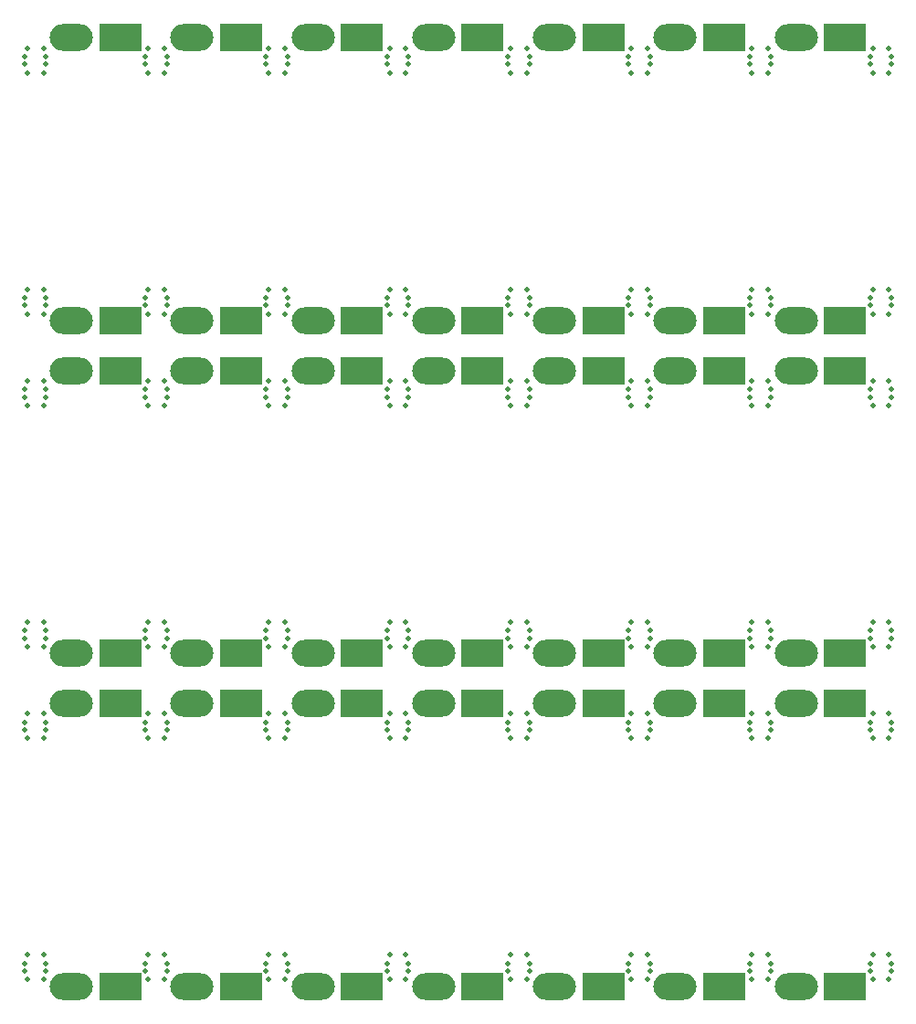
<source format=gbs>
G04 (created by PCBNEW (2013-08-09 BZR 4280)-product) date Sun 11 Aug 2013 03:04:53 PM CEST*
%MOIN*%
G04 Gerber Fmt 3.4, Leading zero omitted, Abs format*
%FSLAX34Y34*%
G01*
G70*
G90*
G04 APERTURE LIST*
%ADD10C,0.005906*%
%ADD11C,0.019685*%
%ADD12R,0.157480X0.098425*%
%ADD13O,0.157480X0.098425*%
G04 APERTURE END LIST*
G54D10*
G54D11*
X74488Y-60049D03*
X75177Y-60639D03*
X75177Y-59734D03*
X74586Y-60639D03*
X74488Y-60324D03*
X74586Y-59734D03*
X75275Y-60324D03*
X75275Y-60049D03*
X74488Y-68848D03*
X75177Y-69438D03*
X75177Y-68533D03*
X74586Y-69438D03*
X74488Y-69124D03*
X74586Y-68533D03*
X75275Y-69124D03*
X75275Y-68848D03*
G54D12*
X77980Y-69675D03*
G54D13*
X76192Y-69675D03*
G54D12*
X77980Y-59360D03*
G54D13*
X76192Y-59360D03*
G54D11*
X74488Y-47903D03*
X75177Y-48494D03*
X75177Y-47588D03*
X74586Y-48494D03*
X74488Y-48179D03*
X74586Y-47588D03*
X75275Y-48179D03*
X75275Y-47903D03*
X74488Y-56702D03*
X75177Y-57293D03*
X75177Y-56387D03*
X74586Y-57293D03*
X74488Y-56978D03*
X74586Y-56387D03*
X75275Y-56978D03*
X75275Y-56702D03*
G54D12*
X77980Y-57529D03*
G54D13*
X76192Y-57529D03*
G54D12*
X77980Y-47214D03*
G54D13*
X76192Y-47214D03*
G54D11*
X74488Y-35757D03*
X75177Y-36348D03*
X75177Y-35442D03*
X74586Y-36348D03*
X74488Y-36033D03*
X74586Y-35442D03*
X75275Y-36033D03*
X75275Y-35757D03*
X74488Y-44557D03*
X75177Y-45147D03*
X75177Y-44242D03*
X74586Y-45147D03*
X74488Y-44832D03*
X74586Y-44242D03*
X75275Y-44832D03*
X75275Y-44557D03*
G54D12*
X77980Y-45383D03*
G54D13*
X76192Y-45383D03*
G54D12*
X77980Y-35068D03*
G54D13*
X76192Y-35068D03*
G54D12*
X82389Y-35068D03*
G54D13*
X80602Y-35068D03*
G54D12*
X82389Y-45383D03*
G54D13*
X80602Y-45383D03*
G54D11*
X78897Y-44557D03*
X79586Y-45147D03*
X79586Y-44242D03*
X78996Y-45147D03*
X78897Y-44832D03*
X78996Y-44242D03*
X79685Y-44832D03*
X79685Y-44557D03*
X78897Y-35757D03*
X79586Y-36348D03*
X79586Y-35442D03*
X78996Y-36348D03*
X78897Y-36033D03*
X78996Y-35442D03*
X79685Y-36033D03*
X79685Y-35757D03*
G54D12*
X82389Y-47214D03*
G54D13*
X80602Y-47214D03*
G54D12*
X82389Y-57529D03*
G54D13*
X80602Y-57529D03*
G54D11*
X78897Y-56702D03*
X79586Y-57293D03*
X79586Y-56387D03*
X78996Y-57293D03*
X78897Y-56978D03*
X78996Y-56387D03*
X79685Y-56978D03*
X79685Y-56702D03*
X78897Y-47903D03*
X79586Y-48494D03*
X79586Y-47588D03*
X78996Y-48494D03*
X78897Y-48179D03*
X78996Y-47588D03*
X79685Y-48179D03*
X79685Y-47903D03*
G54D12*
X82389Y-59360D03*
G54D13*
X80602Y-59360D03*
G54D12*
X82389Y-69675D03*
G54D13*
X80602Y-69675D03*
G54D11*
X78897Y-68848D03*
X79586Y-69438D03*
X79586Y-68533D03*
X78996Y-69438D03*
X78897Y-69124D03*
X78996Y-68533D03*
X79685Y-69124D03*
X79685Y-68848D03*
X78897Y-60049D03*
X79586Y-60639D03*
X79586Y-59734D03*
X78996Y-60639D03*
X78897Y-60324D03*
X78996Y-59734D03*
X79685Y-60324D03*
X79685Y-60049D03*
X83307Y-60049D03*
X83996Y-60639D03*
X83996Y-59734D03*
X83405Y-60639D03*
X83307Y-60324D03*
X83405Y-59734D03*
X84094Y-60324D03*
X84094Y-60049D03*
X83307Y-68848D03*
X83996Y-69438D03*
X83996Y-68533D03*
X83405Y-69438D03*
X83307Y-69124D03*
X83405Y-68533D03*
X84094Y-69124D03*
X84094Y-68848D03*
G54D12*
X86799Y-69675D03*
G54D13*
X85011Y-69675D03*
G54D12*
X86799Y-59360D03*
G54D13*
X85011Y-59360D03*
G54D11*
X83307Y-47903D03*
X83996Y-48494D03*
X83996Y-47588D03*
X83405Y-48494D03*
X83307Y-48179D03*
X83405Y-47588D03*
X84094Y-48179D03*
X84094Y-47903D03*
X83307Y-56702D03*
X83996Y-57293D03*
X83996Y-56387D03*
X83405Y-57293D03*
X83307Y-56978D03*
X83405Y-56387D03*
X84094Y-56978D03*
X84094Y-56702D03*
G54D12*
X86799Y-57529D03*
G54D13*
X85011Y-57529D03*
G54D12*
X86799Y-47214D03*
G54D13*
X85011Y-47214D03*
G54D11*
X83307Y-35757D03*
X83996Y-36348D03*
X83996Y-35442D03*
X83405Y-36348D03*
X83307Y-36033D03*
X83405Y-35442D03*
X84094Y-36033D03*
X84094Y-35757D03*
X83307Y-44557D03*
X83996Y-45147D03*
X83996Y-44242D03*
X83405Y-45147D03*
X83307Y-44832D03*
X83405Y-44242D03*
X84094Y-44832D03*
X84094Y-44557D03*
G54D12*
X86799Y-45383D03*
G54D13*
X85011Y-45383D03*
G54D12*
X86799Y-35068D03*
G54D13*
X85011Y-35068D03*
G54D12*
X95618Y-35068D03*
G54D13*
X93830Y-35068D03*
G54D12*
X95618Y-45383D03*
G54D13*
X93830Y-45383D03*
G54D11*
X96535Y-44557D03*
X97224Y-45147D03*
X97224Y-44242D03*
X96633Y-45147D03*
X96535Y-44832D03*
X96633Y-44242D03*
X97322Y-44832D03*
X97322Y-44557D03*
G54D12*
X95618Y-47214D03*
G54D13*
X93830Y-47214D03*
G54D12*
X95618Y-57529D03*
G54D13*
X93830Y-57529D03*
G54D11*
X96535Y-47903D03*
X97224Y-48494D03*
X97224Y-47588D03*
X96633Y-48494D03*
X96535Y-48179D03*
X96633Y-47588D03*
X97322Y-48179D03*
X97322Y-47903D03*
G54D12*
X95618Y-59360D03*
G54D13*
X93830Y-59360D03*
G54D12*
X95618Y-69675D03*
G54D13*
X93830Y-69675D03*
G54D11*
X92125Y-60049D03*
X92814Y-60639D03*
X92814Y-59734D03*
X92224Y-60639D03*
X92125Y-60324D03*
X92224Y-59734D03*
X92913Y-60324D03*
X92913Y-60049D03*
X87716Y-60049D03*
X88405Y-60639D03*
X88405Y-59734D03*
X87814Y-60639D03*
X87716Y-60324D03*
X87814Y-59734D03*
X88503Y-60324D03*
X88503Y-60049D03*
X92125Y-68848D03*
X92814Y-69438D03*
X92814Y-68533D03*
X92224Y-69438D03*
X92125Y-69124D03*
X92224Y-68533D03*
X92913Y-69124D03*
X92913Y-68848D03*
X87716Y-68848D03*
X88405Y-69438D03*
X88405Y-68533D03*
X87814Y-69438D03*
X87716Y-69124D03*
X87814Y-68533D03*
X88503Y-69124D03*
X88503Y-68848D03*
G54D12*
X91208Y-69675D03*
G54D13*
X89421Y-69675D03*
G54D12*
X91208Y-59360D03*
G54D13*
X89421Y-59360D03*
G54D11*
X92125Y-47903D03*
X92814Y-48494D03*
X92814Y-47588D03*
X92224Y-48494D03*
X92125Y-48179D03*
X92224Y-47588D03*
X92913Y-48179D03*
X92913Y-47903D03*
X87716Y-47903D03*
X88405Y-48494D03*
X88405Y-47588D03*
X87814Y-48494D03*
X87716Y-48179D03*
X87814Y-47588D03*
X88503Y-48179D03*
X88503Y-47903D03*
X92125Y-56702D03*
X92814Y-57293D03*
X92814Y-56387D03*
X92224Y-57293D03*
X92125Y-56978D03*
X92224Y-56387D03*
X92913Y-56978D03*
X92913Y-56702D03*
X87716Y-56702D03*
X88405Y-57293D03*
X88405Y-56387D03*
X87814Y-57293D03*
X87716Y-56978D03*
X87814Y-56387D03*
X88503Y-56978D03*
X88503Y-56702D03*
G54D12*
X91208Y-57529D03*
G54D13*
X89421Y-57529D03*
G54D12*
X91208Y-47214D03*
G54D13*
X89421Y-47214D03*
G54D11*
X92125Y-35757D03*
X92814Y-36348D03*
X92814Y-35442D03*
X92224Y-36348D03*
X92125Y-36033D03*
X92224Y-35442D03*
X92913Y-36033D03*
X92913Y-35757D03*
X87716Y-35757D03*
X88405Y-36348D03*
X88405Y-35442D03*
X87814Y-36348D03*
X87716Y-36033D03*
X87814Y-35442D03*
X88503Y-36033D03*
X88503Y-35757D03*
X92125Y-44557D03*
X92814Y-45147D03*
X92814Y-44242D03*
X92224Y-45147D03*
X92125Y-44832D03*
X92224Y-44242D03*
X92913Y-44832D03*
X92913Y-44557D03*
X87716Y-44557D03*
X88405Y-45147D03*
X88405Y-44242D03*
X87814Y-45147D03*
X87716Y-44832D03*
X87814Y-44242D03*
X88503Y-44832D03*
X88503Y-44557D03*
G54D12*
X91208Y-45383D03*
G54D13*
X89421Y-45383D03*
G54D12*
X91208Y-35068D03*
G54D13*
X89421Y-35068D03*
G54D12*
X100027Y-35068D03*
G54D13*
X98240Y-35068D03*
G54D12*
X100027Y-45383D03*
G54D13*
X98240Y-45383D03*
G54D11*
X96535Y-44557D03*
X97224Y-45147D03*
X97224Y-44242D03*
X96633Y-45147D03*
X96535Y-44832D03*
X96633Y-44242D03*
X97322Y-44832D03*
X97322Y-44557D03*
X100944Y-44557D03*
X101633Y-45147D03*
X101633Y-44242D03*
X101043Y-45147D03*
X100944Y-44832D03*
X101043Y-44242D03*
X101732Y-44832D03*
X101732Y-44557D03*
X96535Y-35757D03*
X97224Y-36348D03*
X97224Y-35442D03*
X96633Y-36348D03*
X96535Y-36033D03*
X96633Y-35442D03*
X97322Y-36033D03*
X97322Y-35757D03*
G54D12*
X100027Y-47214D03*
G54D13*
X98240Y-47214D03*
G54D12*
X100027Y-57529D03*
G54D13*
X98240Y-57529D03*
G54D11*
X96535Y-56702D03*
X97224Y-57293D03*
X97224Y-56387D03*
X96633Y-57293D03*
X96535Y-56978D03*
X96633Y-56387D03*
X97322Y-56978D03*
X97322Y-56702D03*
X96535Y-47903D03*
X97224Y-48494D03*
X97224Y-47588D03*
X96633Y-48494D03*
X96535Y-48179D03*
X96633Y-47588D03*
X97322Y-48179D03*
X97322Y-47903D03*
X100944Y-47903D03*
X101633Y-48494D03*
X101633Y-47588D03*
X101043Y-48494D03*
X100944Y-48179D03*
X101043Y-47588D03*
X101732Y-48179D03*
X101732Y-47903D03*
G54D12*
X100027Y-59360D03*
G54D13*
X98240Y-59360D03*
G54D12*
X100027Y-69675D03*
G54D13*
X98240Y-69675D03*
G54D11*
X96535Y-68848D03*
X97224Y-69438D03*
X97224Y-68533D03*
X96633Y-69438D03*
X96535Y-69124D03*
X96633Y-68533D03*
X97322Y-69124D03*
X97322Y-68848D03*
X96535Y-60049D03*
X97224Y-60639D03*
X97224Y-59734D03*
X96633Y-60639D03*
X96535Y-60324D03*
X96633Y-59734D03*
X97322Y-60324D03*
X97322Y-60049D03*
X105354Y-60049D03*
X106043Y-60639D03*
X106043Y-59734D03*
X105452Y-60639D03*
X105354Y-60324D03*
X105452Y-59734D03*
X106141Y-60324D03*
X106141Y-60049D03*
X100944Y-60049D03*
X101633Y-60639D03*
X101633Y-59734D03*
X101043Y-60639D03*
X100944Y-60324D03*
X101043Y-59734D03*
X101732Y-60324D03*
X101732Y-60049D03*
X105354Y-68848D03*
X106043Y-69438D03*
X106043Y-68533D03*
X105452Y-69438D03*
X105354Y-69124D03*
X105452Y-68533D03*
X106141Y-69124D03*
X106141Y-68848D03*
X100944Y-68848D03*
X101633Y-69438D03*
X101633Y-68533D03*
X101043Y-69438D03*
X100944Y-69124D03*
X101043Y-68533D03*
X101732Y-69124D03*
X101732Y-68848D03*
G54D12*
X104437Y-69675D03*
G54D13*
X102649Y-69675D03*
G54D12*
X104437Y-59360D03*
G54D13*
X102649Y-59360D03*
G54D11*
X105354Y-47903D03*
X106043Y-48494D03*
X106043Y-47588D03*
X105452Y-48494D03*
X105354Y-48179D03*
X105452Y-47588D03*
X106141Y-48179D03*
X106141Y-47903D03*
X100944Y-47903D03*
X101633Y-48494D03*
X101633Y-47588D03*
X101043Y-48494D03*
X100944Y-48179D03*
X101043Y-47588D03*
X101732Y-48179D03*
X101732Y-47903D03*
X105354Y-56702D03*
X106043Y-57293D03*
X106043Y-56387D03*
X105452Y-57293D03*
X105354Y-56978D03*
X105452Y-56387D03*
X106141Y-56978D03*
X106141Y-56702D03*
X100944Y-56702D03*
X101633Y-57293D03*
X101633Y-56387D03*
X101043Y-57293D03*
X100944Y-56978D03*
X101043Y-56387D03*
X101732Y-56978D03*
X101732Y-56702D03*
G54D12*
X104437Y-57529D03*
G54D13*
X102649Y-57529D03*
G54D12*
X104437Y-47214D03*
G54D13*
X102649Y-47214D03*
G54D11*
X105354Y-35757D03*
X106043Y-36348D03*
X106043Y-35442D03*
X105452Y-36348D03*
X105354Y-36033D03*
X105452Y-35442D03*
X106141Y-36033D03*
X106141Y-35757D03*
X100944Y-35757D03*
X101633Y-36348D03*
X101633Y-35442D03*
X101043Y-36348D03*
X100944Y-36033D03*
X101043Y-35442D03*
X101732Y-36033D03*
X101732Y-35757D03*
X105354Y-44557D03*
X106043Y-45147D03*
X106043Y-44242D03*
X105452Y-45147D03*
X105354Y-44832D03*
X105452Y-44242D03*
X106141Y-44832D03*
X106141Y-44557D03*
X100944Y-44557D03*
X101633Y-45147D03*
X101633Y-44242D03*
X101043Y-45147D03*
X100944Y-44832D03*
X101043Y-44242D03*
X101732Y-44832D03*
X101732Y-44557D03*
G54D12*
X104437Y-45383D03*
G54D13*
X102649Y-45383D03*
G54D12*
X104437Y-35068D03*
G54D13*
X102649Y-35068D03*
M02*

</source>
